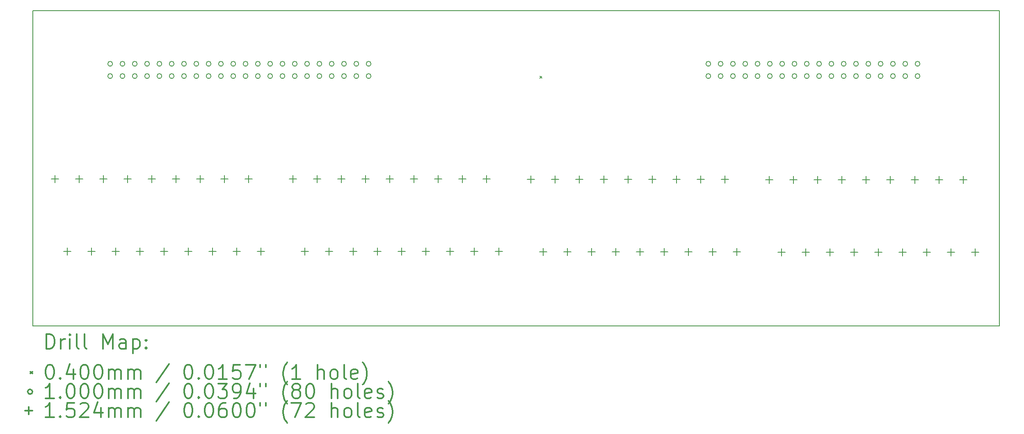
<source format=gbr>
%FSLAX45Y45*%
G04 Gerber Fmt 4.5, Leading zero omitted, Abs format (unit mm)*
G04 Created by KiCad (PCBNEW 5.1.10) date 2021-06-21 08:13:59*
%MOMM*%
%LPD*%
G01*
G04 APERTURE LIST*
%TA.AperFunction,Profile*%
%ADD10C,0.150000*%
%TD*%
%ADD11C,0.200000*%
%ADD12C,0.300000*%
G04 APERTURE END LIST*
D10*
X24993600Y-5405760D02*
X24993600Y-11922760D01*
X24993600Y-5405760D02*
X5044440Y-5405760D01*
X5044440Y-11922760D02*
X5044440Y-5405760D01*
X24993600Y-11922760D02*
X5044440Y-11922760D01*
D11*
X15512110Y-6764350D02*
X15552110Y-6804350D01*
X15552110Y-6764350D02*
X15512110Y-6804350D01*
X6689560Y-6504940D02*
G75*
G03*
X6689560Y-6504940I-50000J0D01*
G01*
X6689560Y-6758940D02*
G75*
G03*
X6689560Y-6758940I-50000J0D01*
G01*
X6943560Y-6504940D02*
G75*
G03*
X6943560Y-6504940I-50000J0D01*
G01*
X6943560Y-6758940D02*
G75*
G03*
X6943560Y-6758940I-50000J0D01*
G01*
X7197560Y-6504940D02*
G75*
G03*
X7197560Y-6504940I-50000J0D01*
G01*
X7197560Y-6758940D02*
G75*
G03*
X7197560Y-6758940I-50000J0D01*
G01*
X7451560Y-6504940D02*
G75*
G03*
X7451560Y-6504940I-50000J0D01*
G01*
X7451560Y-6758940D02*
G75*
G03*
X7451560Y-6758940I-50000J0D01*
G01*
X7705560Y-6504940D02*
G75*
G03*
X7705560Y-6504940I-50000J0D01*
G01*
X7705560Y-6758940D02*
G75*
G03*
X7705560Y-6758940I-50000J0D01*
G01*
X7959560Y-6504940D02*
G75*
G03*
X7959560Y-6504940I-50000J0D01*
G01*
X7959560Y-6758940D02*
G75*
G03*
X7959560Y-6758940I-50000J0D01*
G01*
X8213560Y-6504940D02*
G75*
G03*
X8213560Y-6504940I-50000J0D01*
G01*
X8213560Y-6758940D02*
G75*
G03*
X8213560Y-6758940I-50000J0D01*
G01*
X8467560Y-6504940D02*
G75*
G03*
X8467560Y-6504940I-50000J0D01*
G01*
X8467560Y-6758940D02*
G75*
G03*
X8467560Y-6758940I-50000J0D01*
G01*
X8721560Y-6504940D02*
G75*
G03*
X8721560Y-6504940I-50000J0D01*
G01*
X8721560Y-6758940D02*
G75*
G03*
X8721560Y-6758940I-50000J0D01*
G01*
X8975560Y-6504940D02*
G75*
G03*
X8975560Y-6504940I-50000J0D01*
G01*
X8975560Y-6758940D02*
G75*
G03*
X8975560Y-6758940I-50000J0D01*
G01*
X9229560Y-6504940D02*
G75*
G03*
X9229560Y-6504940I-50000J0D01*
G01*
X9229560Y-6758940D02*
G75*
G03*
X9229560Y-6758940I-50000J0D01*
G01*
X9483560Y-6504940D02*
G75*
G03*
X9483560Y-6504940I-50000J0D01*
G01*
X9483560Y-6758940D02*
G75*
G03*
X9483560Y-6758940I-50000J0D01*
G01*
X9737560Y-6504940D02*
G75*
G03*
X9737560Y-6504940I-50000J0D01*
G01*
X9737560Y-6758940D02*
G75*
G03*
X9737560Y-6758940I-50000J0D01*
G01*
X9991560Y-6504940D02*
G75*
G03*
X9991560Y-6504940I-50000J0D01*
G01*
X9991560Y-6758940D02*
G75*
G03*
X9991560Y-6758940I-50000J0D01*
G01*
X10245560Y-6504940D02*
G75*
G03*
X10245560Y-6504940I-50000J0D01*
G01*
X10245560Y-6758940D02*
G75*
G03*
X10245560Y-6758940I-50000J0D01*
G01*
X10499560Y-6504940D02*
G75*
G03*
X10499560Y-6504940I-50000J0D01*
G01*
X10499560Y-6758940D02*
G75*
G03*
X10499560Y-6758940I-50000J0D01*
G01*
X10753560Y-6504940D02*
G75*
G03*
X10753560Y-6504940I-50000J0D01*
G01*
X10753560Y-6758940D02*
G75*
G03*
X10753560Y-6758940I-50000J0D01*
G01*
X11007560Y-6504940D02*
G75*
G03*
X11007560Y-6504940I-50000J0D01*
G01*
X11007560Y-6758940D02*
G75*
G03*
X11007560Y-6758940I-50000J0D01*
G01*
X11261560Y-6504940D02*
G75*
G03*
X11261560Y-6504940I-50000J0D01*
G01*
X11261560Y-6758940D02*
G75*
G03*
X11261560Y-6758940I-50000J0D01*
G01*
X11515560Y-6504940D02*
G75*
G03*
X11515560Y-6504940I-50000J0D01*
G01*
X11515560Y-6758940D02*
G75*
G03*
X11515560Y-6758940I-50000J0D01*
G01*
X11769560Y-6504940D02*
G75*
G03*
X11769560Y-6504940I-50000J0D01*
G01*
X11769560Y-6758940D02*
G75*
G03*
X11769560Y-6758940I-50000J0D01*
G01*
X12023560Y-6504940D02*
G75*
G03*
X12023560Y-6504940I-50000J0D01*
G01*
X12023560Y-6758940D02*
G75*
G03*
X12023560Y-6758940I-50000J0D01*
G01*
X19033960Y-6504940D02*
G75*
G03*
X19033960Y-6504940I-50000J0D01*
G01*
X19033960Y-6758940D02*
G75*
G03*
X19033960Y-6758940I-50000J0D01*
G01*
X19287960Y-6504940D02*
G75*
G03*
X19287960Y-6504940I-50000J0D01*
G01*
X19287960Y-6758940D02*
G75*
G03*
X19287960Y-6758940I-50000J0D01*
G01*
X19541960Y-6504940D02*
G75*
G03*
X19541960Y-6504940I-50000J0D01*
G01*
X19541960Y-6758940D02*
G75*
G03*
X19541960Y-6758940I-50000J0D01*
G01*
X19795960Y-6504940D02*
G75*
G03*
X19795960Y-6504940I-50000J0D01*
G01*
X19795960Y-6758940D02*
G75*
G03*
X19795960Y-6758940I-50000J0D01*
G01*
X20049960Y-6504940D02*
G75*
G03*
X20049960Y-6504940I-50000J0D01*
G01*
X20049960Y-6758940D02*
G75*
G03*
X20049960Y-6758940I-50000J0D01*
G01*
X20303960Y-6504940D02*
G75*
G03*
X20303960Y-6504940I-50000J0D01*
G01*
X20303960Y-6758940D02*
G75*
G03*
X20303960Y-6758940I-50000J0D01*
G01*
X20557960Y-6504940D02*
G75*
G03*
X20557960Y-6504940I-50000J0D01*
G01*
X20557960Y-6758940D02*
G75*
G03*
X20557960Y-6758940I-50000J0D01*
G01*
X20811960Y-6504940D02*
G75*
G03*
X20811960Y-6504940I-50000J0D01*
G01*
X20811960Y-6758940D02*
G75*
G03*
X20811960Y-6758940I-50000J0D01*
G01*
X21065960Y-6504940D02*
G75*
G03*
X21065960Y-6504940I-50000J0D01*
G01*
X21065960Y-6758940D02*
G75*
G03*
X21065960Y-6758940I-50000J0D01*
G01*
X21319960Y-6504940D02*
G75*
G03*
X21319960Y-6504940I-50000J0D01*
G01*
X21319960Y-6758940D02*
G75*
G03*
X21319960Y-6758940I-50000J0D01*
G01*
X21573960Y-6504940D02*
G75*
G03*
X21573960Y-6504940I-50000J0D01*
G01*
X21573960Y-6758940D02*
G75*
G03*
X21573960Y-6758940I-50000J0D01*
G01*
X21827960Y-6504940D02*
G75*
G03*
X21827960Y-6504940I-50000J0D01*
G01*
X21827960Y-6758940D02*
G75*
G03*
X21827960Y-6758940I-50000J0D01*
G01*
X22081960Y-6504940D02*
G75*
G03*
X22081960Y-6504940I-50000J0D01*
G01*
X22081960Y-6758940D02*
G75*
G03*
X22081960Y-6758940I-50000J0D01*
G01*
X22335960Y-6504940D02*
G75*
G03*
X22335960Y-6504940I-50000J0D01*
G01*
X22335960Y-6758940D02*
G75*
G03*
X22335960Y-6758940I-50000J0D01*
G01*
X22589960Y-6504940D02*
G75*
G03*
X22589960Y-6504940I-50000J0D01*
G01*
X22589960Y-6758940D02*
G75*
G03*
X22589960Y-6758940I-50000J0D01*
G01*
X22843960Y-6504940D02*
G75*
G03*
X22843960Y-6504940I-50000J0D01*
G01*
X22843960Y-6758940D02*
G75*
G03*
X22843960Y-6758940I-50000J0D01*
G01*
X23097960Y-6504940D02*
G75*
G03*
X23097960Y-6504940I-50000J0D01*
G01*
X23097960Y-6758940D02*
G75*
G03*
X23097960Y-6758940I-50000J0D01*
G01*
X23351960Y-6504940D02*
G75*
G03*
X23351960Y-6504940I-50000J0D01*
G01*
X23351960Y-6758940D02*
G75*
G03*
X23351960Y-6758940I-50000J0D01*
G01*
X5500560Y-8812400D02*
X5500560Y-8964800D01*
X5424360Y-8888600D02*
X5576760Y-8888600D01*
X5750560Y-10312400D02*
X5750560Y-10464800D01*
X5674360Y-10388600D02*
X5826760Y-10388600D01*
X6000560Y-8812400D02*
X6000560Y-8964800D01*
X5924360Y-8888600D02*
X6076760Y-8888600D01*
X6250560Y-10312400D02*
X6250560Y-10464800D01*
X6174360Y-10388600D02*
X6326760Y-10388600D01*
X6500560Y-8812400D02*
X6500560Y-8964800D01*
X6424360Y-8888600D02*
X6576760Y-8888600D01*
X6750560Y-10312400D02*
X6750560Y-10464800D01*
X6674360Y-10388600D02*
X6826760Y-10388600D01*
X7000560Y-8812400D02*
X7000560Y-8964800D01*
X6924360Y-8888600D02*
X7076760Y-8888600D01*
X7250560Y-10312400D02*
X7250560Y-10464800D01*
X7174360Y-10388600D02*
X7326760Y-10388600D01*
X7500560Y-8812400D02*
X7500560Y-8964800D01*
X7424360Y-8888600D02*
X7576760Y-8888600D01*
X7750560Y-10312400D02*
X7750560Y-10464800D01*
X7674360Y-10388600D02*
X7826760Y-10388600D01*
X8000560Y-8812400D02*
X8000560Y-8964800D01*
X7924360Y-8888600D02*
X8076760Y-8888600D01*
X8250560Y-10312400D02*
X8250560Y-10464800D01*
X8174360Y-10388600D02*
X8326760Y-10388600D01*
X8500560Y-8812400D02*
X8500560Y-8964800D01*
X8424360Y-8888600D02*
X8576760Y-8888600D01*
X8750560Y-10312400D02*
X8750560Y-10464800D01*
X8674360Y-10388600D02*
X8826760Y-10388600D01*
X9000560Y-8812400D02*
X9000560Y-8964800D01*
X8924360Y-8888600D02*
X9076760Y-8888600D01*
X9250560Y-10312400D02*
X9250560Y-10464800D01*
X9174360Y-10388600D02*
X9326760Y-10388600D01*
X9500560Y-8812400D02*
X9500560Y-8964800D01*
X9424360Y-8888600D02*
X9576760Y-8888600D01*
X9750560Y-10312400D02*
X9750560Y-10464800D01*
X9674360Y-10388600D02*
X9826760Y-10388600D01*
X10407840Y-8812400D02*
X10407840Y-8964800D01*
X10331640Y-8888600D02*
X10484040Y-8888600D01*
X10657840Y-10312400D02*
X10657840Y-10464800D01*
X10581640Y-10388600D02*
X10734040Y-10388600D01*
X10907840Y-8812400D02*
X10907840Y-8964800D01*
X10831640Y-8888600D02*
X10984040Y-8888600D01*
X11157840Y-10312400D02*
X11157840Y-10464800D01*
X11081640Y-10388600D02*
X11234040Y-10388600D01*
X11407840Y-8812400D02*
X11407840Y-8964800D01*
X11331640Y-8888600D02*
X11484040Y-8888600D01*
X11657840Y-10312400D02*
X11657840Y-10464800D01*
X11581640Y-10388600D02*
X11734040Y-10388600D01*
X11907840Y-8812400D02*
X11907840Y-8964800D01*
X11831640Y-8888600D02*
X11984040Y-8888600D01*
X12157840Y-10312400D02*
X12157840Y-10464800D01*
X12081640Y-10388600D02*
X12234040Y-10388600D01*
X12407840Y-8812400D02*
X12407840Y-8964800D01*
X12331640Y-8888600D02*
X12484040Y-8888600D01*
X12657840Y-10312400D02*
X12657840Y-10464800D01*
X12581640Y-10388600D02*
X12734040Y-10388600D01*
X12907840Y-8812400D02*
X12907840Y-8964800D01*
X12831640Y-8888600D02*
X12984040Y-8888600D01*
X13157840Y-10312400D02*
X13157840Y-10464800D01*
X13081640Y-10388600D02*
X13234040Y-10388600D01*
X13407840Y-8812400D02*
X13407840Y-8964800D01*
X13331640Y-8888600D02*
X13484040Y-8888600D01*
X13657840Y-10312400D02*
X13657840Y-10464800D01*
X13581640Y-10388600D02*
X13734040Y-10388600D01*
X13907840Y-8812400D02*
X13907840Y-8964800D01*
X13831640Y-8888600D02*
X13984040Y-8888600D01*
X14157840Y-10312400D02*
X14157840Y-10464800D01*
X14081640Y-10388600D02*
X14234040Y-10388600D01*
X14407840Y-8812400D02*
X14407840Y-8964800D01*
X14331640Y-8888600D02*
X14484040Y-8888600D01*
X14657840Y-10312400D02*
X14657840Y-10464800D01*
X14581640Y-10388600D02*
X14734040Y-10388600D01*
X15325280Y-8817480D02*
X15325280Y-8969880D01*
X15249080Y-8893680D02*
X15401480Y-8893680D01*
X15575280Y-10317480D02*
X15575280Y-10469880D01*
X15499080Y-10393680D02*
X15651480Y-10393680D01*
X15825280Y-8817480D02*
X15825280Y-8969880D01*
X15749080Y-8893680D02*
X15901480Y-8893680D01*
X16075280Y-10317480D02*
X16075280Y-10469880D01*
X15999080Y-10393680D02*
X16151480Y-10393680D01*
X16325280Y-8817480D02*
X16325280Y-8969880D01*
X16249080Y-8893680D02*
X16401480Y-8893680D01*
X16575280Y-10317480D02*
X16575280Y-10469880D01*
X16499080Y-10393680D02*
X16651480Y-10393680D01*
X16825280Y-8817480D02*
X16825280Y-8969880D01*
X16749080Y-8893680D02*
X16901480Y-8893680D01*
X17075280Y-10317480D02*
X17075280Y-10469880D01*
X16999080Y-10393680D02*
X17151480Y-10393680D01*
X17325280Y-8817480D02*
X17325280Y-8969880D01*
X17249080Y-8893680D02*
X17401480Y-8893680D01*
X17575280Y-10317480D02*
X17575280Y-10469880D01*
X17499080Y-10393680D02*
X17651480Y-10393680D01*
X17825280Y-8817480D02*
X17825280Y-8969880D01*
X17749080Y-8893680D02*
X17901480Y-8893680D01*
X18075280Y-10317480D02*
X18075280Y-10469880D01*
X17999080Y-10393680D02*
X18151480Y-10393680D01*
X18325280Y-8817480D02*
X18325280Y-8969880D01*
X18249080Y-8893680D02*
X18401480Y-8893680D01*
X18575280Y-10317480D02*
X18575280Y-10469880D01*
X18499080Y-10393680D02*
X18651480Y-10393680D01*
X18825280Y-8817480D02*
X18825280Y-8969880D01*
X18749080Y-8893680D02*
X18901480Y-8893680D01*
X19075280Y-10317480D02*
X19075280Y-10469880D01*
X18999080Y-10393680D02*
X19151480Y-10393680D01*
X19325280Y-8817480D02*
X19325280Y-8969880D01*
X19249080Y-8893680D02*
X19401480Y-8893680D01*
X19575280Y-10317480D02*
X19575280Y-10469880D01*
X19499080Y-10393680D02*
X19651480Y-10393680D01*
X20242720Y-8827640D02*
X20242720Y-8980040D01*
X20166520Y-8903840D02*
X20318920Y-8903840D01*
X20492720Y-10327640D02*
X20492720Y-10480040D01*
X20416520Y-10403840D02*
X20568920Y-10403840D01*
X20742720Y-8827640D02*
X20742720Y-8980040D01*
X20666520Y-8903840D02*
X20818920Y-8903840D01*
X20992720Y-10327640D02*
X20992720Y-10480040D01*
X20916520Y-10403840D02*
X21068920Y-10403840D01*
X21242720Y-8827640D02*
X21242720Y-8980040D01*
X21166520Y-8903840D02*
X21318920Y-8903840D01*
X21492720Y-10327640D02*
X21492720Y-10480040D01*
X21416520Y-10403840D02*
X21568920Y-10403840D01*
X21742720Y-8827640D02*
X21742720Y-8980040D01*
X21666520Y-8903840D02*
X21818920Y-8903840D01*
X21992720Y-10327640D02*
X21992720Y-10480040D01*
X21916520Y-10403840D02*
X22068920Y-10403840D01*
X22242720Y-8827640D02*
X22242720Y-8980040D01*
X22166520Y-8903840D02*
X22318920Y-8903840D01*
X22492720Y-10327640D02*
X22492720Y-10480040D01*
X22416520Y-10403840D02*
X22568920Y-10403840D01*
X22742720Y-8827640D02*
X22742720Y-8980040D01*
X22666520Y-8903840D02*
X22818920Y-8903840D01*
X22992720Y-10327640D02*
X22992720Y-10480040D01*
X22916520Y-10403840D02*
X23068920Y-10403840D01*
X23242720Y-8827640D02*
X23242720Y-8980040D01*
X23166520Y-8903840D02*
X23318920Y-8903840D01*
X23492720Y-10327640D02*
X23492720Y-10480040D01*
X23416520Y-10403840D02*
X23568920Y-10403840D01*
X23742720Y-8827640D02*
X23742720Y-8980040D01*
X23666520Y-8903840D02*
X23818920Y-8903840D01*
X23992720Y-10327640D02*
X23992720Y-10480040D01*
X23916520Y-10403840D02*
X24068920Y-10403840D01*
X24242720Y-8827640D02*
X24242720Y-8980040D01*
X24166520Y-8903840D02*
X24318920Y-8903840D01*
X24492720Y-10327640D02*
X24492720Y-10480040D01*
X24416520Y-10403840D02*
X24568920Y-10403840D01*
D12*
X5323368Y-12395974D02*
X5323368Y-12095974D01*
X5394797Y-12095974D01*
X5437654Y-12110260D01*
X5466226Y-12138831D01*
X5480511Y-12167403D01*
X5494797Y-12224546D01*
X5494797Y-12267403D01*
X5480511Y-12324546D01*
X5466226Y-12353117D01*
X5437654Y-12381689D01*
X5394797Y-12395974D01*
X5323368Y-12395974D01*
X5623368Y-12395974D02*
X5623368Y-12195974D01*
X5623368Y-12253117D02*
X5637654Y-12224546D01*
X5651940Y-12210260D01*
X5680511Y-12195974D01*
X5709083Y-12195974D01*
X5809083Y-12395974D02*
X5809083Y-12195974D01*
X5809083Y-12095974D02*
X5794797Y-12110260D01*
X5809083Y-12124546D01*
X5823368Y-12110260D01*
X5809083Y-12095974D01*
X5809083Y-12124546D01*
X5994797Y-12395974D02*
X5966226Y-12381689D01*
X5951940Y-12353117D01*
X5951940Y-12095974D01*
X6151940Y-12395974D02*
X6123368Y-12381689D01*
X6109083Y-12353117D01*
X6109083Y-12095974D01*
X6494797Y-12395974D02*
X6494797Y-12095974D01*
X6594797Y-12310260D01*
X6694797Y-12095974D01*
X6694797Y-12395974D01*
X6966226Y-12395974D02*
X6966226Y-12238831D01*
X6951940Y-12210260D01*
X6923368Y-12195974D01*
X6866226Y-12195974D01*
X6837654Y-12210260D01*
X6966226Y-12381689D02*
X6937654Y-12395974D01*
X6866226Y-12395974D01*
X6837654Y-12381689D01*
X6823368Y-12353117D01*
X6823368Y-12324546D01*
X6837654Y-12295974D01*
X6866226Y-12281689D01*
X6937654Y-12281689D01*
X6966226Y-12267403D01*
X7109083Y-12195974D02*
X7109083Y-12495974D01*
X7109083Y-12210260D02*
X7137654Y-12195974D01*
X7194797Y-12195974D01*
X7223368Y-12210260D01*
X7237654Y-12224546D01*
X7251940Y-12253117D01*
X7251940Y-12338831D01*
X7237654Y-12367403D01*
X7223368Y-12381689D01*
X7194797Y-12395974D01*
X7137654Y-12395974D01*
X7109083Y-12381689D01*
X7380511Y-12367403D02*
X7394797Y-12381689D01*
X7380511Y-12395974D01*
X7366226Y-12381689D01*
X7380511Y-12367403D01*
X7380511Y-12395974D01*
X7380511Y-12210260D02*
X7394797Y-12224546D01*
X7380511Y-12238831D01*
X7366226Y-12224546D01*
X7380511Y-12210260D01*
X7380511Y-12238831D01*
X4996940Y-12870260D02*
X5036940Y-12910260D01*
X5036940Y-12870260D02*
X4996940Y-12910260D01*
X5380511Y-12725974D02*
X5409083Y-12725974D01*
X5437654Y-12740260D01*
X5451940Y-12754546D01*
X5466226Y-12783117D01*
X5480511Y-12840260D01*
X5480511Y-12911689D01*
X5466226Y-12968831D01*
X5451940Y-12997403D01*
X5437654Y-13011689D01*
X5409083Y-13025974D01*
X5380511Y-13025974D01*
X5351940Y-13011689D01*
X5337654Y-12997403D01*
X5323368Y-12968831D01*
X5309083Y-12911689D01*
X5309083Y-12840260D01*
X5323368Y-12783117D01*
X5337654Y-12754546D01*
X5351940Y-12740260D01*
X5380511Y-12725974D01*
X5609083Y-12997403D02*
X5623368Y-13011689D01*
X5609083Y-13025974D01*
X5594797Y-13011689D01*
X5609083Y-12997403D01*
X5609083Y-13025974D01*
X5880511Y-12825974D02*
X5880511Y-13025974D01*
X5809083Y-12711689D02*
X5737654Y-12925974D01*
X5923368Y-12925974D01*
X6094797Y-12725974D02*
X6123368Y-12725974D01*
X6151940Y-12740260D01*
X6166226Y-12754546D01*
X6180511Y-12783117D01*
X6194797Y-12840260D01*
X6194797Y-12911689D01*
X6180511Y-12968831D01*
X6166226Y-12997403D01*
X6151940Y-13011689D01*
X6123368Y-13025974D01*
X6094797Y-13025974D01*
X6066226Y-13011689D01*
X6051940Y-12997403D01*
X6037654Y-12968831D01*
X6023368Y-12911689D01*
X6023368Y-12840260D01*
X6037654Y-12783117D01*
X6051940Y-12754546D01*
X6066226Y-12740260D01*
X6094797Y-12725974D01*
X6380511Y-12725974D02*
X6409083Y-12725974D01*
X6437654Y-12740260D01*
X6451940Y-12754546D01*
X6466226Y-12783117D01*
X6480511Y-12840260D01*
X6480511Y-12911689D01*
X6466226Y-12968831D01*
X6451940Y-12997403D01*
X6437654Y-13011689D01*
X6409083Y-13025974D01*
X6380511Y-13025974D01*
X6351940Y-13011689D01*
X6337654Y-12997403D01*
X6323368Y-12968831D01*
X6309083Y-12911689D01*
X6309083Y-12840260D01*
X6323368Y-12783117D01*
X6337654Y-12754546D01*
X6351940Y-12740260D01*
X6380511Y-12725974D01*
X6609083Y-13025974D02*
X6609083Y-12825974D01*
X6609083Y-12854546D02*
X6623368Y-12840260D01*
X6651940Y-12825974D01*
X6694797Y-12825974D01*
X6723368Y-12840260D01*
X6737654Y-12868831D01*
X6737654Y-13025974D01*
X6737654Y-12868831D02*
X6751940Y-12840260D01*
X6780511Y-12825974D01*
X6823368Y-12825974D01*
X6851940Y-12840260D01*
X6866226Y-12868831D01*
X6866226Y-13025974D01*
X7009083Y-13025974D02*
X7009083Y-12825974D01*
X7009083Y-12854546D02*
X7023368Y-12840260D01*
X7051940Y-12825974D01*
X7094797Y-12825974D01*
X7123368Y-12840260D01*
X7137654Y-12868831D01*
X7137654Y-13025974D01*
X7137654Y-12868831D02*
X7151940Y-12840260D01*
X7180511Y-12825974D01*
X7223368Y-12825974D01*
X7251940Y-12840260D01*
X7266226Y-12868831D01*
X7266226Y-13025974D01*
X7851940Y-12711689D02*
X7594797Y-13097403D01*
X8237654Y-12725974D02*
X8266226Y-12725974D01*
X8294797Y-12740260D01*
X8309083Y-12754546D01*
X8323368Y-12783117D01*
X8337654Y-12840260D01*
X8337654Y-12911689D01*
X8323368Y-12968831D01*
X8309083Y-12997403D01*
X8294797Y-13011689D01*
X8266226Y-13025974D01*
X8237654Y-13025974D01*
X8209083Y-13011689D01*
X8194797Y-12997403D01*
X8180511Y-12968831D01*
X8166226Y-12911689D01*
X8166226Y-12840260D01*
X8180511Y-12783117D01*
X8194797Y-12754546D01*
X8209083Y-12740260D01*
X8237654Y-12725974D01*
X8466226Y-12997403D02*
X8480511Y-13011689D01*
X8466226Y-13025974D01*
X8451940Y-13011689D01*
X8466226Y-12997403D01*
X8466226Y-13025974D01*
X8666226Y-12725974D02*
X8694797Y-12725974D01*
X8723368Y-12740260D01*
X8737654Y-12754546D01*
X8751940Y-12783117D01*
X8766226Y-12840260D01*
X8766226Y-12911689D01*
X8751940Y-12968831D01*
X8737654Y-12997403D01*
X8723368Y-13011689D01*
X8694797Y-13025974D01*
X8666226Y-13025974D01*
X8637654Y-13011689D01*
X8623368Y-12997403D01*
X8609083Y-12968831D01*
X8594797Y-12911689D01*
X8594797Y-12840260D01*
X8609083Y-12783117D01*
X8623368Y-12754546D01*
X8637654Y-12740260D01*
X8666226Y-12725974D01*
X9051940Y-13025974D02*
X8880511Y-13025974D01*
X8966226Y-13025974D02*
X8966226Y-12725974D01*
X8937654Y-12768831D01*
X8909083Y-12797403D01*
X8880511Y-12811689D01*
X9323368Y-12725974D02*
X9180511Y-12725974D01*
X9166226Y-12868831D01*
X9180511Y-12854546D01*
X9209083Y-12840260D01*
X9280511Y-12840260D01*
X9309083Y-12854546D01*
X9323368Y-12868831D01*
X9337654Y-12897403D01*
X9337654Y-12968831D01*
X9323368Y-12997403D01*
X9309083Y-13011689D01*
X9280511Y-13025974D01*
X9209083Y-13025974D01*
X9180511Y-13011689D01*
X9166226Y-12997403D01*
X9437654Y-12725974D02*
X9637654Y-12725974D01*
X9509083Y-13025974D01*
X9737654Y-12725974D02*
X9737654Y-12783117D01*
X9851940Y-12725974D02*
X9851940Y-12783117D01*
X10294797Y-13140260D02*
X10280511Y-13125974D01*
X10251940Y-13083117D01*
X10237654Y-13054546D01*
X10223368Y-13011689D01*
X10209083Y-12940260D01*
X10209083Y-12883117D01*
X10223368Y-12811689D01*
X10237654Y-12768831D01*
X10251940Y-12740260D01*
X10280511Y-12697403D01*
X10294797Y-12683117D01*
X10566226Y-13025974D02*
X10394797Y-13025974D01*
X10480511Y-13025974D02*
X10480511Y-12725974D01*
X10451940Y-12768831D01*
X10423368Y-12797403D01*
X10394797Y-12811689D01*
X10923368Y-13025974D02*
X10923368Y-12725974D01*
X11051940Y-13025974D02*
X11051940Y-12868831D01*
X11037654Y-12840260D01*
X11009083Y-12825974D01*
X10966226Y-12825974D01*
X10937654Y-12840260D01*
X10923368Y-12854546D01*
X11237654Y-13025974D02*
X11209083Y-13011689D01*
X11194797Y-12997403D01*
X11180511Y-12968831D01*
X11180511Y-12883117D01*
X11194797Y-12854546D01*
X11209083Y-12840260D01*
X11237654Y-12825974D01*
X11280511Y-12825974D01*
X11309083Y-12840260D01*
X11323368Y-12854546D01*
X11337654Y-12883117D01*
X11337654Y-12968831D01*
X11323368Y-12997403D01*
X11309083Y-13011689D01*
X11280511Y-13025974D01*
X11237654Y-13025974D01*
X11509083Y-13025974D02*
X11480511Y-13011689D01*
X11466226Y-12983117D01*
X11466226Y-12725974D01*
X11737654Y-13011689D02*
X11709083Y-13025974D01*
X11651940Y-13025974D01*
X11623368Y-13011689D01*
X11609083Y-12983117D01*
X11609083Y-12868831D01*
X11623368Y-12840260D01*
X11651940Y-12825974D01*
X11709083Y-12825974D01*
X11737654Y-12840260D01*
X11751940Y-12868831D01*
X11751940Y-12897403D01*
X11609083Y-12925974D01*
X11851940Y-13140260D02*
X11866226Y-13125974D01*
X11894797Y-13083117D01*
X11909083Y-13054546D01*
X11923368Y-13011689D01*
X11937654Y-12940260D01*
X11937654Y-12883117D01*
X11923368Y-12811689D01*
X11909083Y-12768831D01*
X11894797Y-12740260D01*
X11866226Y-12697403D01*
X11851940Y-12683117D01*
X5036940Y-13286260D02*
G75*
G03*
X5036940Y-13286260I-50000J0D01*
G01*
X5480511Y-13421974D02*
X5309083Y-13421974D01*
X5394797Y-13421974D02*
X5394797Y-13121974D01*
X5366226Y-13164831D01*
X5337654Y-13193403D01*
X5309083Y-13207689D01*
X5609083Y-13393403D02*
X5623368Y-13407689D01*
X5609083Y-13421974D01*
X5594797Y-13407689D01*
X5609083Y-13393403D01*
X5609083Y-13421974D01*
X5809083Y-13121974D02*
X5837654Y-13121974D01*
X5866226Y-13136260D01*
X5880511Y-13150546D01*
X5894797Y-13179117D01*
X5909083Y-13236260D01*
X5909083Y-13307689D01*
X5894797Y-13364831D01*
X5880511Y-13393403D01*
X5866226Y-13407689D01*
X5837654Y-13421974D01*
X5809083Y-13421974D01*
X5780511Y-13407689D01*
X5766226Y-13393403D01*
X5751940Y-13364831D01*
X5737654Y-13307689D01*
X5737654Y-13236260D01*
X5751940Y-13179117D01*
X5766226Y-13150546D01*
X5780511Y-13136260D01*
X5809083Y-13121974D01*
X6094797Y-13121974D02*
X6123368Y-13121974D01*
X6151940Y-13136260D01*
X6166226Y-13150546D01*
X6180511Y-13179117D01*
X6194797Y-13236260D01*
X6194797Y-13307689D01*
X6180511Y-13364831D01*
X6166226Y-13393403D01*
X6151940Y-13407689D01*
X6123368Y-13421974D01*
X6094797Y-13421974D01*
X6066226Y-13407689D01*
X6051940Y-13393403D01*
X6037654Y-13364831D01*
X6023368Y-13307689D01*
X6023368Y-13236260D01*
X6037654Y-13179117D01*
X6051940Y-13150546D01*
X6066226Y-13136260D01*
X6094797Y-13121974D01*
X6380511Y-13121974D02*
X6409083Y-13121974D01*
X6437654Y-13136260D01*
X6451940Y-13150546D01*
X6466226Y-13179117D01*
X6480511Y-13236260D01*
X6480511Y-13307689D01*
X6466226Y-13364831D01*
X6451940Y-13393403D01*
X6437654Y-13407689D01*
X6409083Y-13421974D01*
X6380511Y-13421974D01*
X6351940Y-13407689D01*
X6337654Y-13393403D01*
X6323368Y-13364831D01*
X6309083Y-13307689D01*
X6309083Y-13236260D01*
X6323368Y-13179117D01*
X6337654Y-13150546D01*
X6351940Y-13136260D01*
X6380511Y-13121974D01*
X6609083Y-13421974D02*
X6609083Y-13221974D01*
X6609083Y-13250546D02*
X6623368Y-13236260D01*
X6651940Y-13221974D01*
X6694797Y-13221974D01*
X6723368Y-13236260D01*
X6737654Y-13264831D01*
X6737654Y-13421974D01*
X6737654Y-13264831D02*
X6751940Y-13236260D01*
X6780511Y-13221974D01*
X6823368Y-13221974D01*
X6851940Y-13236260D01*
X6866226Y-13264831D01*
X6866226Y-13421974D01*
X7009083Y-13421974D02*
X7009083Y-13221974D01*
X7009083Y-13250546D02*
X7023368Y-13236260D01*
X7051940Y-13221974D01*
X7094797Y-13221974D01*
X7123368Y-13236260D01*
X7137654Y-13264831D01*
X7137654Y-13421974D01*
X7137654Y-13264831D02*
X7151940Y-13236260D01*
X7180511Y-13221974D01*
X7223368Y-13221974D01*
X7251940Y-13236260D01*
X7266226Y-13264831D01*
X7266226Y-13421974D01*
X7851940Y-13107689D02*
X7594797Y-13493403D01*
X8237654Y-13121974D02*
X8266226Y-13121974D01*
X8294797Y-13136260D01*
X8309083Y-13150546D01*
X8323368Y-13179117D01*
X8337654Y-13236260D01*
X8337654Y-13307689D01*
X8323368Y-13364831D01*
X8309083Y-13393403D01*
X8294797Y-13407689D01*
X8266226Y-13421974D01*
X8237654Y-13421974D01*
X8209083Y-13407689D01*
X8194797Y-13393403D01*
X8180511Y-13364831D01*
X8166226Y-13307689D01*
X8166226Y-13236260D01*
X8180511Y-13179117D01*
X8194797Y-13150546D01*
X8209083Y-13136260D01*
X8237654Y-13121974D01*
X8466226Y-13393403D02*
X8480511Y-13407689D01*
X8466226Y-13421974D01*
X8451940Y-13407689D01*
X8466226Y-13393403D01*
X8466226Y-13421974D01*
X8666226Y-13121974D02*
X8694797Y-13121974D01*
X8723368Y-13136260D01*
X8737654Y-13150546D01*
X8751940Y-13179117D01*
X8766226Y-13236260D01*
X8766226Y-13307689D01*
X8751940Y-13364831D01*
X8737654Y-13393403D01*
X8723368Y-13407689D01*
X8694797Y-13421974D01*
X8666226Y-13421974D01*
X8637654Y-13407689D01*
X8623368Y-13393403D01*
X8609083Y-13364831D01*
X8594797Y-13307689D01*
X8594797Y-13236260D01*
X8609083Y-13179117D01*
X8623368Y-13150546D01*
X8637654Y-13136260D01*
X8666226Y-13121974D01*
X8866226Y-13121974D02*
X9051940Y-13121974D01*
X8951940Y-13236260D01*
X8994797Y-13236260D01*
X9023368Y-13250546D01*
X9037654Y-13264831D01*
X9051940Y-13293403D01*
X9051940Y-13364831D01*
X9037654Y-13393403D01*
X9023368Y-13407689D01*
X8994797Y-13421974D01*
X8909083Y-13421974D01*
X8880511Y-13407689D01*
X8866226Y-13393403D01*
X9194797Y-13421974D02*
X9251940Y-13421974D01*
X9280511Y-13407689D01*
X9294797Y-13393403D01*
X9323368Y-13350546D01*
X9337654Y-13293403D01*
X9337654Y-13179117D01*
X9323368Y-13150546D01*
X9309083Y-13136260D01*
X9280511Y-13121974D01*
X9223368Y-13121974D01*
X9194797Y-13136260D01*
X9180511Y-13150546D01*
X9166226Y-13179117D01*
X9166226Y-13250546D01*
X9180511Y-13279117D01*
X9194797Y-13293403D01*
X9223368Y-13307689D01*
X9280511Y-13307689D01*
X9309083Y-13293403D01*
X9323368Y-13279117D01*
X9337654Y-13250546D01*
X9594797Y-13221974D02*
X9594797Y-13421974D01*
X9523368Y-13107689D02*
X9451940Y-13321974D01*
X9637654Y-13321974D01*
X9737654Y-13121974D02*
X9737654Y-13179117D01*
X9851940Y-13121974D02*
X9851940Y-13179117D01*
X10294797Y-13536260D02*
X10280511Y-13521974D01*
X10251940Y-13479117D01*
X10237654Y-13450546D01*
X10223368Y-13407689D01*
X10209083Y-13336260D01*
X10209083Y-13279117D01*
X10223368Y-13207689D01*
X10237654Y-13164831D01*
X10251940Y-13136260D01*
X10280511Y-13093403D01*
X10294797Y-13079117D01*
X10451940Y-13250546D02*
X10423368Y-13236260D01*
X10409083Y-13221974D01*
X10394797Y-13193403D01*
X10394797Y-13179117D01*
X10409083Y-13150546D01*
X10423368Y-13136260D01*
X10451940Y-13121974D01*
X10509083Y-13121974D01*
X10537654Y-13136260D01*
X10551940Y-13150546D01*
X10566226Y-13179117D01*
X10566226Y-13193403D01*
X10551940Y-13221974D01*
X10537654Y-13236260D01*
X10509083Y-13250546D01*
X10451940Y-13250546D01*
X10423368Y-13264831D01*
X10409083Y-13279117D01*
X10394797Y-13307689D01*
X10394797Y-13364831D01*
X10409083Y-13393403D01*
X10423368Y-13407689D01*
X10451940Y-13421974D01*
X10509083Y-13421974D01*
X10537654Y-13407689D01*
X10551940Y-13393403D01*
X10566226Y-13364831D01*
X10566226Y-13307689D01*
X10551940Y-13279117D01*
X10537654Y-13264831D01*
X10509083Y-13250546D01*
X10751940Y-13121974D02*
X10780511Y-13121974D01*
X10809083Y-13136260D01*
X10823368Y-13150546D01*
X10837654Y-13179117D01*
X10851940Y-13236260D01*
X10851940Y-13307689D01*
X10837654Y-13364831D01*
X10823368Y-13393403D01*
X10809083Y-13407689D01*
X10780511Y-13421974D01*
X10751940Y-13421974D01*
X10723368Y-13407689D01*
X10709083Y-13393403D01*
X10694797Y-13364831D01*
X10680511Y-13307689D01*
X10680511Y-13236260D01*
X10694797Y-13179117D01*
X10709083Y-13150546D01*
X10723368Y-13136260D01*
X10751940Y-13121974D01*
X11209083Y-13421974D02*
X11209083Y-13121974D01*
X11337654Y-13421974D02*
X11337654Y-13264831D01*
X11323368Y-13236260D01*
X11294797Y-13221974D01*
X11251940Y-13221974D01*
X11223368Y-13236260D01*
X11209083Y-13250546D01*
X11523368Y-13421974D02*
X11494797Y-13407689D01*
X11480511Y-13393403D01*
X11466226Y-13364831D01*
X11466226Y-13279117D01*
X11480511Y-13250546D01*
X11494797Y-13236260D01*
X11523368Y-13221974D01*
X11566226Y-13221974D01*
X11594797Y-13236260D01*
X11609083Y-13250546D01*
X11623368Y-13279117D01*
X11623368Y-13364831D01*
X11609083Y-13393403D01*
X11594797Y-13407689D01*
X11566226Y-13421974D01*
X11523368Y-13421974D01*
X11794797Y-13421974D02*
X11766226Y-13407689D01*
X11751940Y-13379117D01*
X11751940Y-13121974D01*
X12023368Y-13407689D02*
X11994797Y-13421974D01*
X11937654Y-13421974D01*
X11909083Y-13407689D01*
X11894797Y-13379117D01*
X11894797Y-13264831D01*
X11909083Y-13236260D01*
X11937654Y-13221974D01*
X11994797Y-13221974D01*
X12023368Y-13236260D01*
X12037654Y-13264831D01*
X12037654Y-13293403D01*
X11894797Y-13321974D01*
X12151940Y-13407689D02*
X12180511Y-13421974D01*
X12237654Y-13421974D01*
X12266226Y-13407689D01*
X12280511Y-13379117D01*
X12280511Y-13364831D01*
X12266226Y-13336260D01*
X12237654Y-13321974D01*
X12194797Y-13321974D01*
X12166226Y-13307689D01*
X12151940Y-13279117D01*
X12151940Y-13264831D01*
X12166226Y-13236260D01*
X12194797Y-13221974D01*
X12237654Y-13221974D01*
X12266226Y-13236260D01*
X12380511Y-13536260D02*
X12394797Y-13521974D01*
X12423368Y-13479117D01*
X12437654Y-13450546D01*
X12451940Y-13407689D01*
X12466226Y-13336260D01*
X12466226Y-13279117D01*
X12451940Y-13207689D01*
X12437654Y-13164831D01*
X12423368Y-13136260D01*
X12394797Y-13093403D01*
X12380511Y-13079117D01*
X4960740Y-13606060D02*
X4960740Y-13758460D01*
X4884540Y-13682260D02*
X5036940Y-13682260D01*
X5480511Y-13817974D02*
X5309083Y-13817974D01*
X5394797Y-13817974D02*
X5394797Y-13517974D01*
X5366226Y-13560831D01*
X5337654Y-13589403D01*
X5309083Y-13603689D01*
X5609083Y-13789403D02*
X5623368Y-13803689D01*
X5609083Y-13817974D01*
X5594797Y-13803689D01*
X5609083Y-13789403D01*
X5609083Y-13817974D01*
X5894797Y-13517974D02*
X5751940Y-13517974D01*
X5737654Y-13660831D01*
X5751940Y-13646546D01*
X5780511Y-13632260D01*
X5851940Y-13632260D01*
X5880511Y-13646546D01*
X5894797Y-13660831D01*
X5909083Y-13689403D01*
X5909083Y-13760831D01*
X5894797Y-13789403D01*
X5880511Y-13803689D01*
X5851940Y-13817974D01*
X5780511Y-13817974D01*
X5751940Y-13803689D01*
X5737654Y-13789403D01*
X6023368Y-13546546D02*
X6037654Y-13532260D01*
X6066226Y-13517974D01*
X6137654Y-13517974D01*
X6166226Y-13532260D01*
X6180511Y-13546546D01*
X6194797Y-13575117D01*
X6194797Y-13603689D01*
X6180511Y-13646546D01*
X6009083Y-13817974D01*
X6194797Y-13817974D01*
X6451940Y-13617974D02*
X6451940Y-13817974D01*
X6380511Y-13503689D02*
X6309083Y-13717974D01*
X6494797Y-13717974D01*
X6609083Y-13817974D02*
X6609083Y-13617974D01*
X6609083Y-13646546D02*
X6623368Y-13632260D01*
X6651940Y-13617974D01*
X6694797Y-13617974D01*
X6723368Y-13632260D01*
X6737654Y-13660831D01*
X6737654Y-13817974D01*
X6737654Y-13660831D02*
X6751940Y-13632260D01*
X6780511Y-13617974D01*
X6823368Y-13617974D01*
X6851940Y-13632260D01*
X6866226Y-13660831D01*
X6866226Y-13817974D01*
X7009083Y-13817974D02*
X7009083Y-13617974D01*
X7009083Y-13646546D02*
X7023368Y-13632260D01*
X7051940Y-13617974D01*
X7094797Y-13617974D01*
X7123368Y-13632260D01*
X7137654Y-13660831D01*
X7137654Y-13817974D01*
X7137654Y-13660831D02*
X7151940Y-13632260D01*
X7180511Y-13617974D01*
X7223368Y-13617974D01*
X7251940Y-13632260D01*
X7266226Y-13660831D01*
X7266226Y-13817974D01*
X7851940Y-13503689D02*
X7594797Y-13889403D01*
X8237654Y-13517974D02*
X8266226Y-13517974D01*
X8294797Y-13532260D01*
X8309083Y-13546546D01*
X8323368Y-13575117D01*
X8337654Y-13632260D01*
X8337654Y-13703689D01*
X8323368Y-13760831D01*
X8309083Y-13789403D01*
X8294797Y-13803689D01*
X8266226Y-13817974D01*
X8237654Y-13817974D01*
X8209083Y-13803689D01*
X8194797Y-13789403D01*
X8180511Y-13760831D01*
X8166226Y-13703689D01*
X8166226Y-13632260D01*
X8180511Y-13575117D01*
X8194797Y-13546546D01*
X8209083Y-13532260D01*
X8237654Y-13517974D01*
X8466226Y-13789403D02*
X8480511Y-13803689D01*
X8466226Y-13817974D01*
X8451940Y-13803689D01*
X8466226Y-13789403D01*
X8466226Y-13817974D01*
X8666226Y-13517974D02*
X8694797Y-13517974D01*
X8723368Y-13532260D01*
X8737654Y-13546546D01*
X8751940Y-13575117D01*
X8766226Y-13632260D01*
X8766226Y-13703689D01*
X8751940Y-13760831D01*
X8737654Y-13789403D01*
X8723368Y-13803689D01*
X8694797Y-13817974D01*
X8666226Y-13817974D01*
X8637654Y-13803689D01*
X8623368Y-13789403D01*
X8609083Y-13760831D01*
X8594797Y-13703689D01*
X8594797Y-13632260D01*
X8609083Y-13575117D01*
X8623368Y-13546546D01*
X8637654Y-13532260D01*
X8666226Y-13517974D01*
X9023368Y-13517974D02*
X8966226Y-13517974D01*
X8937654Y-13532260D01*
X8923368Y-13546546D01*
X8894797Y-13589403D01*
X8880511Y-13646546D01*
X8880511Y-13760831D01*
X8894797Y-13789403D01*
X8909083Y-13803689D01*
X8937654Y-13817974D01*
X8994797Y-13817974D01*
X9023368Y-13803689D01*
X9037654Y-13789403D01*
X9051940Y-13760831D01*
X9051940Y-13689403D01*
X9037654Y-13660831D01*
X9023368Y-13646546D01*
X8994797Y-13632260D01*
X8937654Y-13632260D01*
X8909083Y-13646546D01*
X8894797Y-13660831D01*
X8880511Y-13689403D01*
X9237654Y-13517974D02*
X9266226Y-13517974D01*
X9294797Y-13532260D01*
X9309083Y-13546546D01*
X9323368Y-13575117D01*
X9337654Y-13632260D01*
X9337654Y-13703689D01*
X9323368Y-13760831D01*
X9309083Y-13789403D01*
X9294797Y-13803689D01*
X9266226Y-13817974D01*
X9237654Y-13817974D01*
X9209083Y-13803689D01*
X9194797Y-13789403D01*
X9180511Y-13760831D01*
X9166226Y-13703689D01*
X9166226Y-13632260D01*
X9180511Y-13575117D01*
X9194797Y-13546546D01*
X9209083Y-13532260D01*
X9237654Y-13517974D01*
X9523368Y-13517974D02*
X9551940Y-13517974D01*
X9580511Y-13532260D01*
X9594797Y-13546546D01*
X9609083Y-13575117D01*
X9623368Y-13632260D01*
X9623368Y-13703689D01*
X9609083Y-13760831D01*
X9594797Y-13789403D01*
X9580511Y-13803689D01*
X9551940Y-13817974D01*
X9523368Y-13817974D01*
X9494797Y-13803689D01*
X9480511Y-13789403D01*
X9466226Y-13760831D01*
X9451940Y-13703689D01*
X9451940Y-13632260D01*
X9466226Y-13575117D01*
X9480511Y-13546546D01*
X9494797Y-13532260D01*
X9523368Y-13517974D01*
X9737654Y-13517974D02*
X9737654Y-13575117D01*
X9851940Y-13517974D02*
X9851940Y-13575117D01*
X10294797Y-13932260D02*
X10280511Y-13917974D01*
X10251940Y-13875117D01*
X10237654Y-13846546D01*
X10223368Y-13803689D01*
X10209083Y-13732260D01*
X10209083Y-13675117D01*
X10223368Y-13603689D01*
X10237654Y-13560831D01*
X10251940Y-13532260D01*
X10280511Y-13489403D01*
X10294797Y-13475117D01*
X10380511Y-13517974D02*
X10580511Y-13517974D01*
X10451940Y-13817974D01*
X10680511Y-13546546D02*
X10694797Y-13532260D01*
X10723368Y-13517974D01*
X10794797Y-13517974D01*
X10823368Y-13532260D01*
X10837654Y-13546546D01*
X10851940Y-13575117D01*
X10851940Y-13603689D01*
X10837654Y-13646546D01*
X10666226Y-13817974D01*
X10851940Y-13817974D01*
X11209083Y-13817974D02*
X11209083Y-13517974D01*
X11337654Y-13817974D02*
X11337654Y-13660831D01*
X11323368Y-13632260D01*
X11294797Y-13617974D01*
X11251940Y-13617974D01*
X11223368Y-13632260D01*
X11209083Y-13646546D01*
X11523368Y-13817974D02*
X11494797Y-13803689D01*
X11480511Y-13789403D01*
X11466226Y-13760831D01*
X11466226Y-13675117D01*
X11480511Y-13646546D01*
X11494797Y-13632260D01*
X11523368Y-13617974D01*
X11566226Y-13617974D01*
X11594797Y-13632260D01*
X11609083Y-13646546D01*
X11623368Y-13675117D01*
X11623368Y-13760831D01*
X11609083Y-13789403D01*
X11594797Y-13803689D01*
X11566226Y-13817974D01*
X11523368Y-13817974D01*
X11794797Y-13817974D02*
X11766226Y-13803689D01*
X11751940Y-13775117D01*
X11751940Y-13517974D01*
X12023368Y-13803689D02*
X11994797Y-13817974D01*
X11937654Y-13817974D01*
X11909083Y-13803689D01*
X11894797Y-13775117D01*
X11894797Y-13660831D01*
X11909083Y-13632260D01*
X11937654Y-13617974D01*
X11994797Y-13617974D01*
X12023368Y-13632260D01*
X12037654Y-13660831D01*
X12037654Y-13689403D01*
X11894797Y-13717974D01*
X12151940Y-13803689D02*
X12180511Y-13817974D01*
X12237654Y-13817974D01*
X12266226Y-13803689D01*
X12280511Y-13775117D01*
X12280511Y-13760831D01*
X12266226Y-13732260D01*
X12237654Y-13717974D01*
X12194797Y-13717974D01*
X12166226Y-13703689D01*
X12151940Y-13675117D01*
X12151940Y-13660831D01*
X12166226Y-13632260D01*
X12194797Y-13617974D01*
X12237654Y-13617974D01*
X12266226Y-13632260D01*
X12380511Y-13932260D02*
X12394797Y-13917974D01*
X12423368Y-13875117D01*
X12437654Y-13846546D01*
X12451940Y-13803689D01*
X12466226Y-13732260D01*
X12466226Y-13675117D01*
X12451940Y-13603689D01*
X12437654Y-13560831D01*
X12423368Y-13532260D01*
X12394797Y-13489403D01*
X12380511Y-13475117D01*
M02*

</source>
